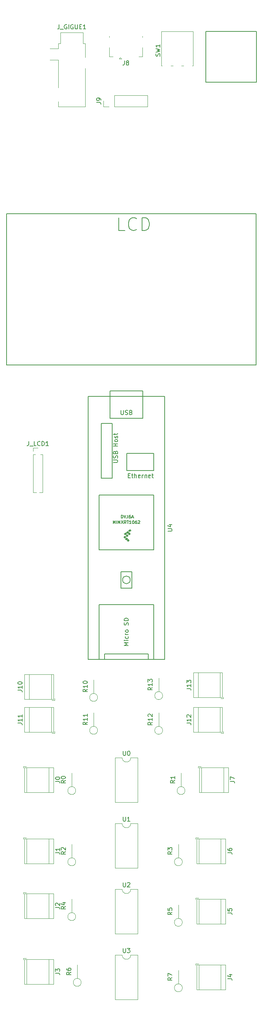
<source format=gbr>
%TF.GenerationSoftware,KiCad,Pcbnew,(6.0.1-0)*%
%TF.CreationDate,2022-01-31T22:43:00-05:00*%
%TF.ProjectId,Podoboard_0.3,506f646f-626f-4617-9264-5f302e332e6b,rev?*%
%TF.SameCoordinates,Original*%
%TF.FileFunction,Legend,Top*%
%TF.FilePolarity,Positive*%
%FSLAX46Y46*%
G04 Gerber Fmt 4.6, Leading zero omitted, Abs format (unit mm)*
G04 Created by KiCad (PCBNEW (6.0.1-0)) date 2022-01-31 22:43:00*
%MOMM*%
%LPD*%
G01*
G04 APERTURE LIST*
%ADD10C,0.150000*%
%ADD11C,0.120000*%
%ADD12C,0.100000*%
G04 APERTURE END LIST*
D10*
X70750000Y-13716000D02*
X82550000Y-13716000D01*
X82550000Y-13716000D02*
X82550000Y-25516000D01*
X82550000Y-25516000D02*
X70750000Y-25516000D01*
X70750000Y-25516000D02*
X70750000Y-13716000D01*
X24467000Y-56007000D02*
X82467000Y-56007000D01*
X82467000Y-56007000D02*
X82467000Y-91007000D01*
X82467000Y-91007000D02*
X24467000Y-91007000D01*
X24467000Y-91007000D02*
X24467000Y-56007000D01*
X51947571Y-59878142D02*
X50519000Y-59878142D01*
X50519000Y-56878142D01*
X54661857Y-59592428D02*
X54519000Y-59735285D01*
X54090428Y-59878142D01*
X53804714Y-59878142D01*
X53376142Y-59735285D01*
X53090428Y-59449571D01*
X52947571Y-59163857D01*
X52804714Y-58592428D01*
X52804714Y-58163857D01*
X52947571Y-57592428D01*
X53090428Y-57306714D01*
X53376142Y-57021000D01*
X53804714Y-56878142D01*
X54090428Y-56878142D01*
X54519000Y-57021000D01*
X54661857Y-57163857D01*
X55947571Y-59878142D02*
X55947571Y-56878142D01*
X56661857Y-56878142D01*
X57090428Y-57021000D01*
X57376142Y-57306714D01*
X57519000Y-57592428D01*
X57661857Y-58163857D01*
X57661857Y-58592428D01*
X57519000Y-59163857D01*
X57376142Y-59449571D01*
X57090428Y-59735285D01*
X56661857Y-59878142D01*
X55947571Y-59878142D01*
%TO.C,SW1*%
X60089761Y-19453333D02*
X60137380Y-19310476D01*
X60137380Y-19072380D01*
X60089761Y-18977142D01*
X60042142Y-18929523D01*
X59946904Y-18881904D01*
X59851666Y-18881904D01*
X59756428Y-18929523D01*
X59708809Y-18977142D01*
X59661190Y-19072380D01*
X59613571Y-19262857D01*
X59565952Y-19358095D01*
X59518333Y-19405714D01*
X59423095Y-19453333D01*
X59327857Y-19453333D01*
X59232619Y-19405714D01*
X59185000Y-19358095D01*
X59137380Y-19262857D01*
X59137380Y-19024761D01*
X59185000Y-18881904D01*
X59137380Y-18548571D02*
X60137380Y-18310476D01*
X59423095Y-18120000D01*
X60137380Y-17929523D01*
X59137380Y-17691428D01*
X60137380Y-16786666D02*
X60137380Y-17358095D01*
X60137380Y-17072380D02*
X59137380Y-17072380D01*
X59280238Y-17167619D01*
X59375476Y-17262857D01*
X59423095Y-17358095D01*
%TO.C,J9*%
X45392380Y-30178333D02*
X46106666Y-30178333D01*
X46249523Y-30225952D01*
X46344761Y-30321190D01*
X46392380Y-30464047D01*
X46392380Y-30559285D01*
X46392380Y-29654523D02*
X46392380Y-29464047D01*
X46344761Y-29368809D01*
X46297142Y-29321190D01*
X46154285Y-29225952D01*
X45963809Y-29178333D01*
X45582857Y-29178333D01*
X45487619Y-29225952D01*
X45440000Y-29273571D01*
X45392380Y-29368809D01*
X45392380Y-29559285D01*
X45440000Y-29654523D01*
X45487619Y-29702142D01*
X45582857Y-29749761D01*
X45820952Y-29749761D01*
X45916190Y-29702142D01*
X45963809Y-29654523D01*
X46011428Y-29559285D01*
X46011428Y-29368809D01*
X45963809Y-29273571D01*
X45916190Y-29225952D01*
X45820952Y-29178333D01*
%TO.C,U4*%
X61926380Y-129529904D02*
X62735904Y-129529904D01*
X62831142Y-129482285D01*
X62878761Y-129434666D01*
X62926380Y-129339428D01*
X62926380Y-129148952D01*
X62878761Y-129053714D01*
X62831142Y-129006095D01*
X62735904Y-128958476D01*
X61926380Y-128958476D01*
X62259714Y-128053714D02*
X62926380Y-128053714D01*
X61878761Y-128291809D02*
X62593047Y-128529904D01*
X62593047Y-127910857D01*
X51110666Y-126544666D02*
X51110666Y-125844666D01*
X51277333Y-125844666D01*
X51377333Y-125878000D01*
X51444000Y-125944666D01*
X51477333Y-126011333D01*
X51510666Y-126144666D01*
X51510666Y-126244666D01*
X51477333Y-126378000D01*
X51444000Y-126444666D01*
X51377333Y-126511333D01*
X51277333Y-126544666D01*
X51110666Y-126544666D01*
X51710666Y-125844666D02*
X51944000Y-126544666D01*
X52177333Y-125844666D01*
X52610666Y-125844666D02*
X52610666Y-126344666D01*
X52577333Y-126444666D01*
X52510666Y-126511333D01*
X52410666Y-126544666D01*
X52344000Y-126544666D01*
X53244000Y-125844666D02*
X53110666Y-125844666D01*
X53044000Y-125878000D01*
X53010666Y-125911333D01*
X52944000Y-126011333D01*
X52910666Y-126144666D01*
X52910666Y-126411333D01*
X52944000Y-126478000D01*
X52977333Y-126511333D01*
X53044000Y-126544666D01*
X53177333Y-126544666D01*
X53244000Y-126511333D01*
X53277333Y-126478000D01*
X53310666Y-126411333D01*
X53310666Y-126244666D01*
X53277333Y-126178000D01*
X53244000Y-126144666D01*
X53177333Y-126111333D01*
X53044000Y-126111333D01*
X52977333Y-126144666D01*
X52944000Y-126178000D01*
X52910666Y-126244666D01*
X53577333Y-126344666D02*
X53910666Y-126344666D01*
X53510666Y-126544666D02*
X53744000Y-125844666D01*
X53977333Y-126544666D01*
X51052095Y-101550380D02*
X51052095Y-102359904D01*
X51099714Y-102455142D01*
X51147333Y-102502761D01*
X51242571Y-102550380D01*
X51433047Y-102550380D01*
X51528285Y-102502761D01*
X51575904Y-102455142D01*
X51623523Y-102359904D01*
X51623523Y-101550380D01*
X52052095Y-102502761D02*
X52194952Y-102550380D01*
X52433047Y-102550380D01*
X52528285Y-102502761D01*
X52575904Y-102455142D01*
X52623523Y-102359904D01*
X52623523Y-102264666D01*
X52575904Y-102169428D01*
X52528285Y-102121809D01*
X52433047Y-102074190D01*
X52242571Y-102026571D01*
X52147333Y-101978952D01*
X52099714Y-101931333D01*
X52052095Y-101836095D01*
X52052095Y-101740857D01*
X52099714Y-101645619D01*
X52147333Y-101598000D01*
X52242571Y-101550380D01*
X52480666Y-101550380D01*
X52623523Y-101598000D01*
X53385428Y-102026571D02*
X53528285Y-102074190D01*
X53575904Y-102121809D01*
X53623523Y-102217047D01*
X53623523Y-102359904D01*
X53575904Y-102455142D01*
X53528285Y-102502761D01*
X53433047Y-102550380D01*
X53052095Y-102550380D01*
X53052095Y-101550380D01*
X53385428Y-101550380D01*
X53480666Y-101598000D01*
X53528285Y-101645619D01*
X53575904Y-101740857D01*
X53575904Y-101836095D01*
X53528285Y-101931333D01*
X53480666Y-101978952D01*
X53385428Y-102026571D01*
X53052095Y-102026571D01*
X49230666Y-127814666D02*
X49230666Y-127114666D01*
X49464000Y-127614666D01*
X49697333Y-127114666D01*
X49697333Y-127814666D01*
X50030666Y-127814666D02*
X50030666Y-127114666D01*
X50364000Y-127814666D02*
X50364000Y-127114666D01*
X50597333Y-127614666D01*
X50830666Y-127114666D01*
X50830666Y-127814666D01*
X51097333Y-127114666D02*
X51564000Y-127814666D01*
X51564000Y-127114666D02*
X51097333Y-127814666D01*
X52230666Y-127814666D02*
X51997333Y-127481333D01*
X51830666Y-127814666D02*
X51830666Y-127114666D01*
X52097333Y-127114666D01*
X52164000Y-127148000D01*
X52197333Y-127181333D01*
X52230666Y-127248000D01*
X52230666Y-127348000D01*
X52197333Y-127414666D01*
X52164000Y-127448000D01*
X52097333Y-127481333D01*
X51830666Y-127481333D01*
X52430666Y-127114666D02*
X52830666Y-127114666D01*
X52630666Y-127814666D02*
X52630666Y-127114666D01*
X53430666Y-127814666D02*
X53030666Y-127814666D01*
X53230666Y-127814666D02*
X53230666Y-127114666D01*
X53164000Y-127214666D01*
X53097333Y-127281333D01*
X53030666Y-127314666D01*
X53864000Y-127114666D02*
X53930666Y-127114666D01*
X53997333Y-127148000D01*
X54030666Y-127181333D01*
X54064000Y-127248000D01*
X54097333Y-127381333D01*
X54097333Y-127548000D01*
X54064000Y-127681333D01*
X54030666Y-127748000D01*
X53997333Y-127781333D01*
X53930666Y-127814666D01*
X53864000Y-127814666D01*
X53797333Y-127781333D01*
X53764000Y-127748000D01*
X53730666Y-127681333D01*
X53697333Y-127548000D01*
X53697333Y-127381333D01*
X53730666Y-127248000D01*
X53764000Y-127181333D01*
X53797333Y-127148000D01*
X53864000Y-127114666D01*
X54697333Y-127114666D02*
X54564000Y-127114666D01*
X54497333Y-127148000D01*
X54464000Y-127181333D01*
X54397333Y-127281333D01*
X54364000Y-127414666D01*
X54364000Y-127681333D01*
X54397333Y-127748000D01*
X54430666Y-127781333D01*
X54497333Y-127814666D01*
X54630666Y-127814666D01*
X54697333Y-127781333D01*
X54730666Y-127748000D01*
X54764000Y-127681333D01*
X54764000Y-127514666D01*
X54730666Y-127448000D01*
X54697333Y-127414666D01*
X54630666Y-127381333D01*
X54497333Y-127381333D01*
X54430666Y-127414666D01*
X54397333Y-127448000D01*
X54364000Y-127514666D01*
X55030666Y-127181333D02*
X55064000Y-127148000D01*
X55130666Y-127114666D01*
X55297333Y-127114666D01*
X55364000Y-127148000D01*
X55397333Y-127181333D01*
X55430666Y-127248000D01*
X55430666Y-127314666D01*
X55397333Y-127414666D01*
X54997333Y-127814666D01*
X55430666Y-127814666D01*
X52733457Y-116631571D02*
X53066790Y-116631571D01*
X53209647Y-117155380D02*
X52733457Y-117155380D01*
X52733457Y-116155380D01*
X53209647Y-116155380D01*
X53495361Y-116488714D02*
X53876314Y-116488714D01*
X53638219Y-116155380D02*
X53638219Y-117012523D01*
X53685838Y-117107761D01*
X53781076Y-117155380D01*
X53876314Y-117155380D01*
X54209647Y-117155380D02*
X54209647Y-116155380D01*
X54638219Y-117155380D02*
X54638219Y-116631571D01*
X54590600Y-116536333D01*
X54495361Y-116488714D01*
X54352504Y-116488714D01*
X54257266Y-116536333D01*
X54209647Y-116583952D01*
X55495361Y-117107761D02*
X55400123Y-117155380D01*
X55209647Y-117155380D01*
X55114409Y-117107761D01*
X55066790Y-117012523D01*
X55066790Y-116631571D01*
X55114409Y-116536333D01*
X55209647Y-116488714D01*
X55400123Y-116488714D01*
X55495361Y-116536333D01*
X55542980Y-116631571D01*
X55542980Y-116726809D01*
X55066790Y-116822047D01*
X55971552Y-117155380D02*
X55971552Y-116488714D01*
X55971552Y-116679190D02*
X56019171Y-116583952D01*
X56066790Y-116536333D01*
X56162028Y-116488714D01*
X56257266Y-116488714D01*
X56590600Y-116488714D02*
X56590600Y-117155380D01*
X56590600Y-116583952D02*
X56638219Y-116536333D01*
X56733457Y-116488714D01*
X56876314Y-116488714D01*
X56971552Y-116536333D01*
X57019171Y-116631571D01*
X57019171Y-117155380D01*
X57876314Y-117107761D02*
X57781076Y-117155380D01*
X57590600Y-117155380D01*
X57495361Y-117107761D01*
X57447742Y-117012523D01*
X57447742Y-116631571D01*
X57495361Y-116536333D01*
X57590600Y-116488714D01*
X57781076Y-116488714D01*
X57876314Y-116536333D01*
X57923933Y-116631571D01*
X57923933Y-116726809D01*
X57447742Y-116822047D01*
X58209647Y-116488714D02*
X58590600Y-116488714D01*
X58352504Y-116155380D02*
X58352504Y-117012523D01*
X58400123Y-117107761D01*
X58495361Y-117155380D01*
X58590600Y-117155380D01*
X49277180Y-113611723D02*
X50086704Y-113611723D01*
X50181942Y-113564104D01*
X50229561Y-113516485D01*
X50277180Y-113421247D01*
X50277180Y-113230771D01*
X50229561Y-113135533D01*
X50181942Y-113087914D01*
X50086704Y-113040295D01*
X49277180Y-113040295D01*
X50229561Y-112611723D02*
X50277180Y-112468866D01*
X50277180Y-112230771D01*
X50229561Y-112135533D01*
X50181942Y-112087914D01*
X50086704Y-112040295D01*
X49991466Y-112040295D01*
X49896228Y-112087914D01*
X49848609Y-112135533D01*
X49800990Y-112230771D01*
X49753371Y-112421247D01*
X49705752Y-112516485D01*
X49658133Y-112564104D01*
X49562895Y-112611723D01*
X49467657Y-112611723D01*
X49372419Y-112564104D01*
X49324800Y-112516485D01*
X49277180Y-112421247D01*
X49277180Y-112183152D01*
X49324800Y-112040295D01*
X49753371Y-111278390D02*
X49800990Y-111135533D01*
X49848609Y-111087914D01*
X49943847Y-111040295D01*
X50086704Y-111040295D01*
X50181942Y-111087914D01*
X50229561Y-111135533D01*
X50277180Y-111230771D01*
X50277180Y-111611723D01*
X49277180Y-111611723D01*
X49277180Y-111278390D01*
X49324800Y-111183152D01*
X49372419Y-111135533D01*
X49467657Y-111087914D01*
X49562895Y-111087914D01*
X49658133Y-111135533D01*
X49705752Y-111183152D01*
X49753371Y-111278390D01*
X49753371Y-111611723D01*
X50277180Y-109849819D02*
X49277180Y-109849819D01*
X49753371Y-109849819D02*
X49753371Y-109278390D01*
X50277180Y-109278390D02*
X49277180Y-109278390D01*
X50277180Y-108659342D02*
X50229561Y-108754580D01*
X50181942Y-108802200D01*
X50086704Y-108849819D01*
X49800990Y-108849819D01*
X49705752Y-108802200D01*
X49658133Y-108754580D01*
X49610514Y-108659342D01*
X49610514Y-108516485D01*
X49658133Y-108421247D01*
X49705752Y-108373628D01*
X49800990Y-108326009D01*
X50086704Y-108326009D01*
X50181942Y-108373628D01*
X50229561Y-108421247D01*
X50277180Y-108516485D01*
X50277180Y-108659342D01*
X50229561Y-107945057D02*
X50277180Y-107849819D01*
X50277180Y-107659342D01*
X50229561Y-107564104D01*
X50134323Y-107516485D01*
X50086704Y-107516485D01*
X49991466Y-107564104D01*
X49943847Y-107659342D01*
X49943847Y-107802200D01*
X49896228Y-107897438D01*
X49800990Y-107945057D01*
X49753371Y-107945057D01*
X49658133Y-107897438D01*
X49610514Y-107802200D01*
X49610514Y-107659342D01*
X49658133Y-107564104D01*
X49610514Y-107230771D02*
X49610514Y-106849819D01*
X49277180Y-107087914D02*
X50134323Y-107087914D01*
X50229561Y-107040295D01*
X50277180Y-106945057D01*
X50277180Y-106849819D01*
X52766380Y-156017047D02*
X51766380Y-156017047D01*
X52480666Y-155683714D01*
X51766380Y-155350380D01*
X52766380Y-155350380D01*
X52766380Y-154874190D02*
X52099714Y-154874190D01*
X51766380Y-154874190D02*
X51814000Y-154921809D01*
X51861619Y-154874190D01*
X51814000Y-154826571D01*
X51766380Y-154874190D01*
X51861619Y-154874190D01*
X52718761Y-153969428D02*
X52766380Y-154064666D01*
X52766380Y-154255142D01*
X52718761Y-154350380D01*
X52671142Y-154398000D01*
X52575904Y-154445619D01*
X52290190Y-154445619D01*
X52194952Y-154398000D01*
X52147333Y-154350380D01*
X52099714Y-154255142D01*
X52099714Y-154064666D01*
X52147333Y-153969428D01*
X52766380Y-153540857D02*
X52099714Y-153540857D01*
X52290190Y-153540857D02*
X52194952Y-153493238D01*
X52147333Y-153445619D01*
X52099714Y-153350380D01*
X52099714Y-153255142D01*
X52766380Y-152778952D02*
X52718761Y-152874190D01*
X52671142Y-152921809D01*
X52575904Y-152969428D01*
X52290190Y-152969428D01*
X52194952Y-152921809D01*
X52147333Y-152874190D01*
X52099714Y-152778952D01*
X52099714Y-152636095D01*
X52147333Y-152540857D01*
X52194952Y-152493238D01*
X52290190Y-152445619D01*
X52575904Y-152445619D01*
X52671142Y-152493238D01*
X52718761Y-152540857D01*
X52766380Y-152636095D01*
X52766380Y-152778952D01*
X52718761Y-151302761D02*
X52766380Y-151159904D01*
X52766380Y-150921809D01*
X52718761Y-150826571D01*
X52671142Y-150778952D01*
X52575904Y-150731333D01*
X52480666Y-150731333D01*
X52385428Y-150778952D01*
X52337809Y-150826571D01*
X52290190Y-150921809D01*
X52242571Y-151112285D01*
X52194952Y-151207523D01*
X52147333Y-151255142D01*
X52052095Y-151302761D01*
X51956857Y-151302761D01*
X51861619Y-151255142D01*
X51814000Y-151207523D01*
X51766380Y-151112285D01*
X51766380Y-150874190D01*
X51814000Y-150731333D01*
X52766380Y-150302761D02*
X51766380Y-150302761D01*
X51766380Y-150064666D01*
X51814000Y-149921809D01*
X51909238Y-149826571D01*
X52004476Y-149778952D01*
X52194952Y-149731333D01*
X52337809Y-149731333D01*
X52528285Y-149778952D01*
X52623523Y-149826571D01*
X52718761Y-149921809D01*
X52766380Y-150064666D01*
X52766380Y-150302761D01*
%TO.C,R13*%
X58349380Y-165769857D02*
X57873190Y-166103190D01*
X58349380Y-166341285D02*
X57349380Y-166341285D01*
X57349380Y-165960333D01*
X57397000Y-165865095D01*
X57444619Y-165817476D01*
X57539857Y-165769857D01*
X57682714Y-165769857D01*
X57777952Y-165817476D01*
X57825571Y-165865095D01*
X57873190Y-165960333D01*
X57873190Y-166341285D01*
X58349380Y-164817476D02*
X58349380Y-165388904D01*
X58349380Y-165103190D02*
X57349380Y-165103190D01*
X57492238Y-165198428D01*
X57587476Y-165293666D01*
X57635095Y-165388904D01*
X57349380Y-164484142D02*
X57349380Y-163865095D01*
X57730333Y-164198428D01*
X57730333Y-164055571D01*
X57777952Y-163960333D01*
X57825571Y-163912714D01*
X57920809Y-163865095D01*
X58158904Y-163865095D01*
X58254142Y-163912714D01*
X58301761Y-163960333D01*
X58349380Y-164055571D01*
X58349380Y-164341285D01*
X58301761Y-164436523D01*
X58254142Y-164484142D01*
%TO.C,U3*%
X51562095Y-226230380D02*
X51562095Y-227039904D01*
X51609714Y-227135142D01*
X51657333Y-227182761D01*
X51752571Y-227230380D01*
X51943047Y-227230380D01*
X52038285Y-227182761D01*
X52085904Y-227135142D01*
X52133523Y-227039904D01*
X52133523Y-226230380D01*
X52514476Y-226230380D02*
X53133523Y-226230380D01*
X52800190Y-226611333D01*
X52943047Y-226611333D01*
X53038285Y-226658952D01*
X53085904Y-226706571D01*
X53133523Y-226801809D01*
X53133523Y-227039904D01*
X53085904Y-227135142D01*
X53038285Y-227182761D01*
X52943047Y-227230380D01*
X52657333Y-227230380D01*
X52562095Y-227182761D01*
X52514476Y-227135142D01*
%TO.C,R0*%
X38146380Y-187304666D02*
X37670190Y-187638000D01*
X38146380Y-187876095D02*
X37146380Y-187876095D01*
X37146380Y-187495142D01*
X37194000Y-187399904D01*
X37241619Y-187352285D01*
X37336857Y-187304666D01*
X37479714Y-187304666D01*
X37574952Y-187352285D01*
X37622571Y-187399904D01*
X37670190Y-187495142D01*
X37670190Y-187876095D01*
X37146380Y-186685619D02*
X37146380Y-186590380D01*
X37194000Y-186495142D01*
X37241619Y-186447523D01*
X37336857Y-186399904D01*
X37527333Y-186352285D01*
X37765428Y-186352285D01*
X37955904Y-186399904D01*
X38051142Y-186447523D01*
X38098761Y-186495142D01*
X38146380Y-186590380D01*
X38146380Y-186685619D01*
X38098761Y-186780857D01*
X38051142Y-186828476D01*
X37955904Y-186876095D01*
X37765428Y-186923714D01*
X37527333Y-186923714D01*
X37336857Y-186876095D01*
X37241619Y-186828476D01*
X37194000Y-186780857D01*
X37146380Y-186685619D01*
%TO.C,U2*%
X51562095Y-210990380D02*
X51562095Y-211799904D01*
X51609714Y-211895142D01*
X51657333Y-211942761D01*
X51752571Y-211990380D01*
X51943047Y-211990380D01*
X52038285Y-211942761D01*
X52085904Y-211895142D01*
X52133523Y-211799904D01*
X52133523Y-210990380D01*
X52562095Y-211085619D02*
X52609714Y-211038000D01*
X52704952Y-210990380D01*
X52943047Y-210990380D01*
X53038285Y-211038000D01*
X53085904Y-211085619D01*
X53133523Y-211180857D01*
X53133523Y-211276095D01*
X53085904Y-211418952D01*
X52514476Y-211990380D01*
X53133523Y-211990380D01*
%TO.C,R5*%
X62926380Y-217834666D02*
X62450190Y-218168000D01*
X62926380Y-218406095D02*
X61926380Y-218406095D01*
X61926380Y-218025142D01*
X61974000Y-217929904D01*
X62021619Y-217882285D01*
X62116857Y-217834666D01*
X62259714Y-217834666D01*
X62354952Y-217882285D01*
X62402571Y-217929904D01*
X62450190Y-218025142D01*
X62450190Y-218406095D01*
X61926380Y-216929904D02*
X61926380Y-217406095D01*
X62402571Y-217453714D01*
X62354952Y-217406095D01*
X62307333Y-217310857D01*
X62307333Y-217072761D01*
X62354952Y-216977523D01*
X62402571Y-216929904D01*
X62497809Y-216882285D01*
X62735904Y-216882285D01*
X62831142Y-216929904D01*
X62878761Y-216977523D01*
X62926380Y-217072761D01*
X62926380Y-217310857D01*
X62878761Y-217406095D01*
X62831142Y-217453714D01*
%TO.C,J6*%
X75836380Y-204031333D02*
X76550666Y-204031333D01*
X76693523Y-204078952D01*
X76788761Y-204174190D01*
X76836380Y-204317047D01*
X76836380Y-204412285D01*
X75836380Y-203126571D02*
X75836380Y-203317047D01*
X75884000Y-203412285D01*
X75931619Y-203459904D01*
X76074476Y-203555142D01*
X76264952Y-203602761D01*
X76645904Y-203602761D01*
X76741142Y-203555142D01*
X76788761Y-203507523D01*
X76836380Y-203412285D01*
X76836380Y-203221809D01*
X76788761Y-203126571D01*
X76741142Y-203078952D01*
X76645904Y-203031333D01*
X76407809Y-203031333D01*
X76312571Y-203078952D01*
X76264952Y-203126571D01*
X76217333Y-203221809D01*
X76217333Y-203412285D01*
X76264952Y-203507523D01*
X76312571Y-203555142D01*
X76407809Y-203602761D01*
%TO.C,J2*%
X35816380Y-216731333D02*
X36530666Y-216731333D01*
X36673523Y-216778952D01*
X36768761Y-216874190D01*
X36816380Y-217017047D01*
X36816380Y-217112285D01*
X35911619Y-216302761D02*
X35864000Y-216255142D01*
X35816380Y-216159904D01*
X35816380Y-215921809D01*
X35864000Y-215826571D01*
X35911619Y-215778952D01*
X36006857Y-215731333D01*
X36102095Y-215731333D01*
X36244952Y-215778952D01*
X36816380Y-216350380D01*
X36816380Y-215731333D01*
%TO.C,J_GIGUE1*%
X36678428Y-12158380D02*
X36678428Y-12872666D01*
X36630809Y-13015523D01*
X36535571Y-13110761D01*
X36392714Y-13158380D01*
X36297476Y-13158380D01*
X36916523Y-13253619D02*
X37678428Y-13253619D01*
X38440333Y-12206000D02*
X38345095Y-12158380D01*
X38202238Y-12158380D01*
X38059380Y-12206000D01*
X37964142Y-12301238D01*
X37916523Y-12396476D01*
X37868904Y-12586952D01*
X37868904Y-12729809D01*
X37916523Y-12920285D01*
X37964142Y-13015523D01*
X38059380Y-13110761D01*
X38202238Y-13158380D01*
X38297476Y-13158380D01*
X38440333Y-13110761D01*
X38487952Y-13063142D01*
X38487952Y-12729809D01*
X38297476Y-12729809D01*
X38916523Y-13158380D02*
X38916523Y-12158380D01*
X39916523Y-12206000D02*
X39821285Y-12158380D01*
X39678428Y-12158380D01*
X39535571Y-12206000D01*
X39440333Y-12301238D01*
X39392714Y-12396476D01*
X39345095Y-12586952D01*
X39345095Y-12729809D01*
X39392714Y-12920285D01*
X39440333Y-13015523D01*
X39535571Y-13110761D01*
X39678428Y-13158380D01*
X39773666Y-13158380D01*
X39916523Y-13110761D01*
X39964142Y-13063142D01*
X39964142Y-12729809D01*
X39773666Y-12729809D01*
X40392714Y-12158380D02*
X40392714Y-12967904D01*
X40440333Y-13063142D01*
X40487952Y-13110761D01*
X40583190Y-13158380D01*
X40773666Y-13158380D01*
X40868904Y-13110761D01*
X40916523Y-13063142D01*
X40964142Y-12967904D01*
X40964142Y-12158380D01*
X41440333Y-12634571D02*
X41773666Y-12634571D01*
X41916523Y-13158380D02*
X41440333Y-13158380D01*
X41440333Y-12158380D01*
X41916523Y-12158380D01*
X42868904Y-13158380D02*
X42297476Y-13158380D01*
X42583190Y-13158380D02*
X42583190Y-12158380D01*
X42487952Y-12301238D01*
X42392714Y-12396476D01*
X42297476Y-12444095D01*
%TO.C,J7*%
X76456380Y-187521333D02*
X77170666Y-187521333D01*
X77313523Y-187568952D01*
X77408761Y-187664190D01*
X77456380Y-187807047D01*
X77456380Y-187902285D01*
X76456380Y-187140380D02*
X76456380Y-186473714D01*
X77456380Y-186902285D01*
%TO.C,R1*%
X63546380Y-187304666D02*
X63070190Y-187638000D01*
X63546380Y-187876095D02*
X62546380Y-187876095D01*
X62546380Y-187495142D01*
X62594000Y-187399904D01*
X62641619Y-187352285D01*
X62736857Y-187304666D01*
X62879714Y-187304666D01*
X62974952Y-187352285D01*
X63022571Y-187399904D01*
X63070190Y-187495142D01*
X63070190Y-187876095D01*
X63546380Y-186352285D02*
X63546380Y-186923714D01*
X63546380Y-186638000D02*
X62546380Y-186638000D01*
X62689238Y-186733238D01*
X62784476Y-186828476D01*
X62832095Y-186923714D01*
%TO.C,J12*%
X66329380Y-174037523D02*
X67043666Y-174037523D01*
X67186523Y-174085142D01*
X67281761Y-174180380D01*
X67329380Y-174323238D01*
X67329380Y-174418476D01*
X67329380Y-173037523D02*
X67329380Y-173608952D01*
X67329380Y-173323238D02*
X66329380Y-173323238D01*
X66472238Y-173418476D01*
X66567476Y-173513714D01*
X66615095Y-173608952D01*
X66424619Y-172656571D02*
X66377000Y-172608952D01*
X66329380Y-172513714D01*
X66329380Y-172275619D01*
X66377000Y-172180380D01*
X66424619Y-172132761D01*
X66519857Y-172085142D01*
X66615095Y-172085142D01*
X66757952Y-172132761D01*
X67329380Y-172704190D01*
X67329380Y-172085142D01*
%TO.C,J13*%
X66329380Y-166036523D02*
X67043666Y-166036523D01*
X67186523Y-166084142D01*
X67281761Y-166179380D01*
X67329380Y-166322238D01*
X67329380Y-166417476D01*
X67329380Y-165036523D02*
X67329380Y-165607952D01*
X67329380Y-165322238D02*
X66329380Y-165322238D01*
X66472238Y-165417476D01*
X66567476Y-165512714D01*
X66615095Y-165607952D01*
X66329380Y-164703190D02*
X66329380Y-164084142D01*
X66710333Y-164417476D01*
X66710333Y-164274619D01*
X66757952Y-164179380D01*
X66805571Y-164131761D01*
X66900809Y-164084142D01*
X67138904Y-164084142D01*
X67234142Y-164131761D01*
X67281761Y-164179380D01*
X67329380Y-164274619D01*
X67329380Y-164560333D01*
X67281761Y-164655571D01*
X67234142Y-164703190D01*
%TO.C,J_LCD1*%
X29620952Y-108745380D02*
X29620952Y-109459666D01*
X29573333Y-109602523D01*
X29478095Y-109697761D01*
X29335238Y-109745380D01*
X29240000Y-109745380D01*
X29859047Y-109840619D02*
X30620952Y-109840619D01*
X31335238Y-109745380D02*
X30859047Y-109745380D01*
X30859047Y-108745380D01*
X32240000Y-109650142D02*
X32192380Y-109697761D01*
X32049523Y-109745380D01*
X31954285Y-109745380D01*
X31811428Y-109697761D01*
X31716190Y-109602523D01*
X31668571Y-109507285D01*
X31620952Y-109316809D01*
X31620952Y-109173952D01*
X31668571Y-108983476D01*
X31716190Y-108888238D01*
X31811428Y-108793000D01*
X31954285Y-108745380D01*
X32049523Y-108745380D01*
X32192380Y-108793000D01*
X32240000Y-108840619D01*
X32668571Y-109745380D02*
X32668571Y-108745380D01*
X32906666Y-108745380D01*
X33049523Y-108793000D01*
X33144761Y-108888238D01*
X33192380Y-108983476D01*
X33240000Y-109173952D01*
X33240000Y-109316809D01*
X33192380Y-109507285D01*
X33144761Y-109602523D01*
X33049523Y-109697761D01*
X32906666Y-109745380D01*
X32668571Y-109745380D01*
X34192380Y-109745380D02*
X33620952Y-109745380D01*
X33906666Y-109745380D02*
X33906666Y-108745380D01*
X33811428Y-108888238D01*
X33716190Y-108983476D01*
X33620952Y-109031095D01*
%TO.C,R12*%
X58349380Y-173820857D02*
X57873190Y-174154190D01*
X58349380Y-174392285D02*
X57349380Y-174392285D01*
X57349380Y-174011333D01*
X57397000Y-173916095D01*
X57444619Y-173868476D01*
X57539857Y-173820857D01*
X57682714Y-173820857D01*
X57777952Y-173868476D01*
X57825571Y-173916095D01*
X57873190Y-174011333D01*
X57873190Y-174392285D01*
X58349380Y-172868476D02*
X58349380Y-173439904D01*
X58349380Y-173154190D02*
X57349380Y-173154190D01*
X57492238Y-173249428D01*
X57587476Y-173344666D01*
X57635095Y-173439904D01*
X57444619Y-172487523D02*
X57397000Y-172439904D01*
X57349380Y-172344666D01*
X57349380Y-172106571D01*
X57397000Y-172011333D01*
X57444619Y-171963714D01*
X57539857Y-171916095D01*
X57635095Y-171916095D01*
X57777952Y-171963714D01*
X58349380Y-172535142D01*
X58349380Y-171916095D01*
%TO.C,U1*%
X51562095Y-195750380D02*
X51562095Y-196559904D01*
X51609714Y-196655142D01*
X51657333Y-196702761D01*
X51752571Y-196750380D01*
X51943047Y-196750380D01*
X52038285Y-196702761D01*
X52085904Y-196655142D01*
X52133523Y-196559904D01*
X52133523Y-195750380D01*
X53133523Y-196750380D02*
X52562095Y-196750380D01*
X52847809Y-196750380D02*
X52847809Y-195750380D01*
X52752571Y-195893238D01*
X52657333Y-195988476D01*
X52562095Y-196036095D01*
%TO.C,J11*%
X27076380Y-174027523D02*
X27790666Y-174027523D01*
X27933523Y-174075142D01*
X28028761Y-174170380D01*
X28076380Y-174313238D01*
X28076380Y-174408476D01*
X28076380Y-173027523D02*
X28076380Y-173598952D01*
X28076380Y-173313238D02*
X27076380Y-173313238D01*
X27219238Y-173408476D01*
X27314476Y-173503714D01*
X27362095Y-173598952D01*
X28076380Y-172075142D02*
X28076380Y-172646571D01*
X28076380Y-172360857D02*
X27076380Y-172360857D01*
X27219238Y-172456095D01*
X27314476Y-172551333D01*
X27362095Y-172646571D01*
%TO.C,R11*%
X43226380Y-173810857D02*
X42750190Y-174144190D01*
X43226380Y-174382285D02*
X42226380Y-174382285D01*
X42226380Y-174001333D01*
X42274000Y-173906095D01*
X42321619Y-173858476D01*
X42416857Y-173810857D01*
X42559714Y-173810857D01*
X42654952Y-173858476D01*
X42702571Y-173906095D01*
X42750190Y-174001333D01*
X42750190Y-174382285D01*
X43226380Y-172858476D02*
X43226380Y-173429904D01*
X43226380Y-173144190D02*
X42226380Y-173144190D01*
X42369238Y-173239428D01*
X42464476Y-173334666D01*
X42512095Y-173429904D01*
X43226380Y-171906095D02*
X43226380Y-172477523D01*
X43226380Y-172191809D02*
X42226380Y-172191809D01*
X42369238Y-172287047D01*
X42464476Y-172382285D01*
X42512095Y-172477523D01*
%TO.C,J3*%
X35816380Y-231971333D02*
X36530666Y-231971333D01*
X36673523Y-232018952D01*
X36768761Y-232114190D01*
X36816380Y-232257047D01*
X36816380Y-232352285D01*
X35816380Y-231590380D02*
X35816380Y-230971333D01*
X36197333Y-231304666D01*
X36197333Y-231161809D01*
X36244952Y-231066571D01*
X36292571Y-231018952D01*
X36387809Y-230971333D01*
X36625904Y-230971333D01*
X36721142Y-231018952D01*
X36768761Y-231066571D01*
X36816380Y-231161809D01*
X36816380Y-231447523D01*
X36768761Y-231542761D01*
X36721142Y-231590380D01*
%TO.C,J5*%
X75836380Y-218001333D02*
X76550666Y-218001333D01*
X76693523Y-218048952D01*
X76788761Y-218144190D01*
X76836380Y-218287047D01*
X76836380Y-218382285D01*
X75836380Y-217048952D02*
X75836380Y-217525142D01*
X76312571Y-217572761D01*
X76264952Y-217525142D01*
X76217333Y-217429904D01*
X76217333Y-217191809D01*
X76264952Y-217096571D01*
X76312571Y-217048952D01*
X76407809Y-217001333D01*
X76645904Y-217001333D01*
X76741142Y-217048952D01*
X76788761Y-217096571D01*
X76836380Y-217191809D01*
X76836380Y-217429904D01*
X76788761Y-217525142D01*
X76741142Y-217572761D01*
%TO.C,R6*%
X39416380Y-231754666D02*
X38940190Y-232088000D01*
X39416380Y-232326095D02*
X38416380Y-232326095D01*
X38416380Y-231945142D01*
X38464000Y-231849904D01*
X38511619Y-231802285D01*
X38606857Y-231754666D01*
X38749714Y-231754666D01*
X38844952Y-231802285D01*
X38892571Y-231849904D01*
X38940190Y-231945142D01*
X38940190Y-232326095D01*
X38416380Y-230897523D02*
X38416380Y-231088000D01*
X38464000Y-231183238D01*
X38511619Y-231230857D01*
X38654476Y-231326095D01*
X38844952Y-231373714D01*
X39225904Y-231373714D01*
X39321142Y-231326095D01*
X39368761Y-231278476D01*
X39416380Y-231183238D01*
X39416380Y-230992761D01*
X39368761Y-230897523D01*
X39321142Y-230849904D01*
X39225904Y-230802285D01*
X38987809Y-230802285D01*
X38892571Y-230849904D01*
X38844952Y-230897523D01*
X38797333Y-230992761D01*
X38797333Y-231183238D01*
X38844952Y-231278476D01*
X38892571Y-231326095D01*
X38987809Y-231373714D01*
%TO.C,R4*%
X38146380Y-216514666D02*
X37670190Y-216848000D01*
X38146380Y-217086095D02*
X37146380Y-217086095D01*
X37146380Y-216705142D01*
X37194000Y-216609904D01*
X37241619Y-216562285D01*
X37336857Y-216514666D01*
X37479714Y-216514666D01*
X37574952Y-216562285D01*
X37622571Y-216609904D01*
X37670190Y-216705142D01*
X37670190Y-217086095D01*
X37479714Y-215657523D02*
X38146380Y-215657523D01*
X37098761Y-215895619D02*
X37813047Y-216133714D01*
X37813047Y-215514666D01*
%TO.C,R3*%
X62926380Y-203814666D02*
X62450190Y-204148000D01*
X62926380Y-204386095D02*
X61926380Y-204386095D01*
X61926380Y-204005142D01*
X61974000Y-203909904D01*
X62021619Y-203862285D01*
X62116857Y-203814666D01*
X62259714Y-203814666D01*
X62354952Y-203862285D01*
X62402571Y-203909904D01*
X62450190Y-204005142D01*
X62450190Y-204386095D01*
X61926380Y-203481333D02*
X61926380Y-202862285D01*
X62307333Y-203195619D01*
X62307333Y-203052761D01*
X62354952Y-202957523D01*
X62402571Y-202909904D01*
X62497809Y-202862285D01*
X62735904Y-202862285D01*
X62831142Y-202909904D01*
X62878761Y-202957523D01*
X62926380Y-203052761D01*
X62926380Y-203338476D01*
X62878761Y-203433714D01*
X62831142Y-203481333D01*
%TO.C,J1*%
X35816380Y-204031333D02*
X36530666Y-204031333D01*
X36673523Y-204078952D01*
X36768761Y-204174190D01*
X36816380Y-204317047D01*
X36816380Y-204412285D01*
X36816380Y-203031333D02*
X36816380Y-203602761D01*
X36816380Y-203317047D02*
X35816380Y-203317047D01*
X35959238Y-203412285D01*
X36054476Y-203507523D01*
X36102095Y-203602761D01*
%TO.C,J8*%
X51863666Y-20530380D02*
X51863666Y-21244666D01*
X51816047Y-21387523D01*
X51720809Y-21482761D01*
X51577952Y-21530380D01*
X51482714Y-21530380D01*
X52482714Y-20958952D02*
X52387476Y-20911333D01*
X52339857Y-20863714D01*
X52292238Y-20768476D01*
X52292238Y-20720857D01*
X52339857Y-20625619D01*
X52387476Y-20578000D01*
X52482714Y-20530380D01*
X52673190Y-20530380D01*
X52768428Y-20578000D01*
X52816047Y-20625619D01*
X52863666Y-20720857D01*
X52863666Y-20768476D01*
X52816047Y-20863714D01*
X52768428Y-20911333D01*
X52673190Y-20958952D01*
X52482714Y-20958952D01*
X52387476Y-21006571D01*
X52339857Y-21054190D01*
X52292238Y-21149428D01*
X52292238Y-21339904D01*
X52339857Y-21435142D01*
X52387476Y-21482761D01*
X52482714Y-21530380D01*
X52673190Y-21530380D01*
X52768428Y-21482761D01*
X52816047Y-21435142D01*
X52863666Y-21339904D01*
X52863666Y-21149428D01*
X52816047Y-21054190D01*
X52768428Y-21006571D01*
X52673190Y-20958952D01*
%TO.C,J4*%
X75836380Y-233241333D02*
X76550666Y-233241333D01*
X76693523Y-233288952D01*
X76788761Y-233384190D01*
X76836380Y-233527047D01*
X76836380Y-233622285D01*
X76169714Y-232336571D02*
X76836380Y-232336571D01*
X75788761Y-232574666D02*
X76503047Y-232812761D01*
X76503047Y-232193714D01*
%TO.C,R7*%
X62926380Y-233024666D02*
X62450190Y-233358000D01*
X62926380Y-233596095D02*
X61926380Y-233596095D01*
X61926380Y-233215142D01*
X61974000Y-233119904D01*
X62021619Y-233072285D01*
X62116857Y-233024666D01*
X62259714Y-233024666D01*
X62354952Y-233072285D01*
X62402571Y-233119904D01*
X62450190Y-233215142D01*
X62450190Y-233596095D01*
X61926380Y-232691333D02*
X61926380Y-232024666D01*
X62926380Y-232453238D01*
%TO.C,J0*%
X35816380Y-187521333D02*
X36530666Y-187521333D01*
X36673523Y-187568952D01*
X36768761Y-187664190D01*
X36816380Y-187807047D01*
X36816380Y-187902285D01*
X35816380Y-186854666D02*
X35816380Y-186759428D01*
X35864000Y-186664190D01*
X35911619Y-186616571D01*
X36006857Y-186568952D01*
X36197333Y-186521333D01*
X36435428Y-186521333D01*
X36625904Y-186568952D01*
X36721142Y-186616571D01*
X36768761Y-186664190D01*
X36816380Y-186759428D01*
X36816380Y-186854666D01*
X36768761Y-186949904D01*
X36721142Y-186997523D01*
X36625904Y-187045142D01*
X36435428Y-187092761D01*
X36197333Y-187092761D01*
X36006857Y-187045142D01*
X35911619Y-186997523D01*
X35864000Y-186949904D01*
X35816380Y-186854666D01*
%TO.C,R2*%
X38146380Y-203814666D02*
X37670190Y-204148000D01*
X38146380Y-204386095D02*
X37146380Y-204386095D01*
X37146380Y-204005142D01*
X37194000Y-203909904D01*
X37241619Y-203862285D01*
X37336857Y-203814666D01*
X37479714Y-203814666D01*
X37574952Y-203862285D01*
X37622571Y-203909904D01*
X37670190Y-204005142D01*
X37670190Y-204386095D01*
X37241619Y-203433714D02*
X37194000Y-203386095D01*
X37146380Y-203290857D01*
X37146380Y-203052761D01*
X37194000Y-202957523D01*
X37241619Y-202909904D01*
X37336857Y-202862285D01*
X37432095Y-202862285D01*
X37574952Y-202909904D01*
X38146380Y-203481333D01*
X38146380Y-202862285D01*
%TO.C,J10*%
X27076380Y-166407523D02*
X27790666Y-166407523D01*
X27933523Y-166455142D01*
X28028761Y-166550380D01*
X28076380Y-166693238D01*
X28076380Y-166788476D01*
X28076380Y-165407523D02*
X28076380Y-165978952D01*
X28076380Y-165693238D02*
X27076380Y-165693238D01*
X27219238Y-165788476D01*
X27314476Y-165883714D01*
X27362095Y-165978952D01*
X27076380Y-164788476D02*
X27076380Y-164693238D01*
X27124000Y-164598000D01*
X27171619Y-164550380D01*
X27266857Y-164502761D01*
X27457333Y-164455142D01*
X27695428Y-164455142D01*
X27885904Y-164502761D01*
X27981142Y-164550380D01*
X28028761Y-164598000D01*
X28076380Y-164693238D01*
X28076380Y-164788476D01*
X28028761Y-164883714D01*
X27981142Y-164931333D01*
X27885904Y-164978952D01*
X27695428Y-165026571D01*
X27457333Y-165026571D01*
X27266857Y-164978952D01*
X27171619Y-164931333D01*
X27124000Y-164883714D01*
X27076380Y-164788476D01*
%TO.C,U0*%
X51562095Y-180510380D02*
X51562095Y-181319904D01*
X51609714Y-181415142D01*
X51657333Y-181462761D01*
X51752571Y-181510380D01*
X51943047Y-181510380D01*
X52038285Y-181462761D01*
X52085904Y-181415142D01*
X52133523Y-181319904D01*
X52133523Y-180510380D01*
X52800190Y-180510380D02*
X52895428Y-180510380D01*
X52990666Y-180558000D01*
X53038285Y-180605619D01*
X53085904Y-180700857D01*
X53133523Y-180891333D01*
X53133523Y-181129428D01*
X53085904Y-181319904D01*
X53038285Y-181415142D01*
X52990666Y-181462761D01*
X52895428Y-181510380D01*
X52800190Y-181510380D01*
X52704952Y-181462761D01*
X52657333Y-181415142D01*
X52609714Y-181319904D01*
X52562095Y-181129428D01*
X52562095Y-180891333D01*
X52609714Y-180700857D01*
X52657333Y-180605619D01*
X52704952Y-180558000D01*
X52800190Y-180510380D01*
%TO.C,R10*%
X43226380Y-166190857D02*
X42750190Y-166524190D01*
X43226380Y-166762285D02*
X42226380Y-166762285D01*
X42226380Y-166381333D01*
X42274000Y-166286095D01*
X42321619Y-166238476D01*
X42416857Y-166190857D01*
X42559714Y-166190857D01*
X42654952Y-166238476D01*
X42702571Y-166286095D01*
X42750190Y-166381333D01*
X42750190Y-166762285D01*
X43226380Y-165238476D02*
X43226380Y-165809904D01*
X43226380Y-165524190D02*
X42226380Y-165524190D01*
X42369238Y-165619428D01*
X42464476Y-165714666D01*
X42512095Y-165809904D01*
X42226380Y-164619428D02*
X42226380Y-164524190D01*
X42274000Y-164428952D01*
X42321619Y-164381333D01*
X42416857Y-164333714D01*
X42607333Y-164286095D01*
X42845428Y-164286095D01*
X43035904Y-164333714D01*
X43131142Y-164381333D01*
X43178761Y-164428952D01*
X43226380Y-164524190D01*
X43226380Y-164619428D01*
X43178761Y-164714666D01*
X43131142Y-164762285D01*
X43035904Y-164809904D01*
X42845428Y-164857523D01*
X42607333Y-164857523D01*
X42416857Y-164809904D01*
X42321619Y-164762285D01*
X42274000Y-164714666D01*
X42226380Y-164619428D01*
D11*
%TO.C,SW1*%
X60485000Y-13770000D02*
X60485000Y-21720000D01*
X67785000Y-21720000D02*
X67785000Y-13770000D01*
X67785000Y-21720000D02*
X67635000Y-21720000D01*
X67785000Y-13770000D02*
X60485000Y-13770000D01*
X60485000Y-21720000D02*
X60635000Y-21720000D01*
X63135000Y-21720000D02*
X62635000Y-21720000D01*
X65635000Y-21720000D02*
X65135000Y-21720000D01*
%TO.C,J9*%
X49540000Y-28515000D02*
X57220000Y-28515000D01*
X48270000Y-31175000D02*
X46940000Y-31175000D01*
X57220000Y-31175000D02*
X57220000Y-28515000D01*
X49540000Y-31175000D02*
X49540000Y-28515000D01*
X46940000Y-31175000D02*
X46940000Y-29845000D01*
X49540000Y-31175000D02*
X57220000Y-31175000D01*
D10*
%TO.C,U4*%
X45964000Y-133848000D02*
X58664000Y-133848000D01*
X58664000Y-159248000D02*
X58664000Y-146548000D01*
X58415600Y-111518000D02*
X52415600Y-111518000D01*
X52415600Y-111518000D02*
X52415600Y-115518000D01*
X58665600Y-115518000D02*
X58665600Y-111518000D01*
X61204000Y-98288000D02*
X61204000Y-159248000D01*
X48504000Y-103368000D02*
X48504000Y-98288000D01*
X53584000Y-142738000D02*
X51044000Y-142738000D01*
X56124000Y-97018000D02*
X56124000Y-98288000D01*
X46474800Y-104587200D02*
X49014800Y-104587200D01*
X48504000Y-98288000D02*
X48504000Y-97018000D01*
X48504000Y-103368000D02*
X56124000Y-103368000D01*
X43424000Y-159248000D02*
X43424000Y-98288000D01*
X57394000Y-157978000D02*
X47234000Y-157978000D01*
X49014800Y-117287200D02*
X46474800Y-117287200D01*
X56124000Y-103368000D02*
X56124000Y-98288000D01*
X46474800Y-117287200D02*
X46474800Y-104587200D01*
X53584000Y-138928000D02*
X53584000Y-142738000D01*
X51044000Y-142738000D02*
X51044000Y-138928000D01*
X49014800Y-104587200D02*
X49014800Y-117287200D01*
X58664000Y-121148000D02*
X45964000Y-121148000D01*
X58664000Y-146548000D02*
X45964000Y-146548000D01*
X51044000Y-138928000D02*
X53584000Y-138928000D01*
X58665600Y-111518000D02*
X58415600Y-111518000D01*
X57394000Y-159248000D02*
X57394000Y-157978000D01*
X49014800Y-104587200D02*
X49014800Y-107127200D01*
X45964000Y-146548000D02*
X45964000Y-159248000D01*
X61204000Y-159248000D02*
X43424000Y-159248000D01*
X48504000Y-97018000D02*
X56124000Y-97018000D01*
X45964000Y-121148000D02*
X45964000Y-133848000D01*
X58664000Y-133848000D02*
X58664000Y-121148000D01*
X52415600Y-115518000D02*
X58665600Y-115518000D01*
X47234000Y-157978000D02*
X47234000Y-159248000D01*
X43424000Y-98288000D02*
X61204000Y-98288000D01*
X53212026Y-140833000D02*
G75*
G03*
X53212026Y-140833000I-898026J0D01*
G01*
D12*
X52875000Y-130441000D02*
X52621000Y-130187000D01*
X52621000Y-130187000D02*
X53002000Y-129933000D01*
X53002000Y-129933000D02*
X53256000Y-130187000D01*
X53256000Y-130187000D02*
X52875000Y-130441000D01*
G36*
X53256000Y-130187000D02*
G01*
X52875000Y-130441000D01*
X52621000Y-130187000D01*
X53002000Y-129933000D01*
X53256000Y-130187000D01*
G37*
X53256000Y-130187000D02*
X52875000Y-130441000D01*
X52621000Y-130187000D01*
X53002000Y-129933000D01*
X53256000Y-130187000D01*
X52494000Y-130060000D02*
X52240000Y-129806000D01*
X52240000Y-129806000D02*
X52621000Y-129552000D01*
X52621000Y-129552000D02*
X52875000Y-129806000D01*
X52875000Y-129806000D02*
X52494000Y-130060000D01*
G36*
X52875000Y-129806000D02*
G01*
X52494000Y-130060000D01*
X52240000Y-129806000D01*
X52621000Y-129552000D01*
X52875000Y-129806000D01*
G37*
X52875000Y-129806000D02*
X52494000Y-130060000D01*
X52240000Y-129806000D01*
X52621000Y-129552000D01*
X52875000Y-129806000D01*
X53002000Y-129679000D02*
X52748000Y-129425000D01*
X52748000Y-129425000D02*
X53129000Y-129171000D01*
X53129000Y-129171000D02*
X53383000Y-129425000D01*
X53383000Y-129425000D02*
X53002000Y-129679000D01*
G36*
X53383000Y-129425000D02*
G01*
X53002000Y-129679000D01*
X52748000Y-129425000D01*
X53129000Y-129171000D01*
X53383000Y-129425000D01*
G37*
X53383000Y-129425000D02*
X53002000Y-129679000D01*
X52748000Y-129425000D01*
X53129000Y-129171000D01*
X53383000Y-129425000D01*
X52621000Y-131965000D02*
X52367000Y-131711000D01*
X52367000Y-131711000D02*
X52748000Y-131457000D01*
X52748000Y-131457000D02*
X53002000Y-131711000D01*
X53002000Y-131711000D02*
X52621000Y-131965000D01*
G36*
X53002000Y-131711000D02*
G01*
X52621000Y-131965000D01*
X52367000Y-131711000D01*
X52748000Y-131457000D01*
X53002000Y-131711000D01*
G37*
X53002000Y-131711000D02*
X52621000Y-131965000D01*
X52367000Y-131711000D01*
X52748000Y-131457000D01*
X53002000Y-131711000D01*
X52240000Y-131584000D02*
X51986000Y-131330000D01*
X51986000Y-131330000D02*
X52367000Y-131076000D01*
X52367000Y-131076000D02*
X52621000Y-131330000D01*
X52621000Y-131330000D02*
X52240000Y-131584000D01*
G36*
X52621000Y-131330000D02*
G01*
X52240000Y-131584000D01*
X51986000Y-131330000D01*
X52367000Y-131076000D01*
X52621000Y-131330000D01*
G37*
X52621000Y-131330000D02*
X52240000Y-131584000D01*
X51986000Y-131330000D01*
X52367000Y-131076000D01*
X52621000Y-131330000D01*
X52367000Y-130822000D02*
X52113000Y-130568000D01*
X52113000Y-130568000D02*
X52494000Y-130314000D01*
X52494000Y-130314000D02*
X52748000Y-130568000D01*
X52748000Y-130568000D02*
X52367000Y-130822000D01*
G36*
X52748000Y-130568000D02*
G01*
X52367000Y-130822000D01*
X52113000Y-130568000D01*
X52494000Y-130314000D01*
X52748000Y-130568000D01*
G37*
X52748000Y-130568000D02*
X52367000Y-130822000D01*
X52113000Y-130568000D01*
X52494000Y-130314000D01*
X52748000Y-130568000D01*
X51986000Y-130441000D02*
X51732000Y-130187000D01*
X51732000Y-130187000D02*
X52113000Y-129933000D01*
X52113000Y-129933000D02*
X52367000Y-130187000D01*
X52367000Y-130187000D02*
X51986000Y-130441000D01*
G36*
X52367000Y-130187000D02*
G01*
X51986000Y-130441000D01*
X51732000Y-130187000D01*
X52113000Y-129933000D01*
X52367000Y-130187000D01*
G37*
X52367000Y-130187000D02*
X51986000Y-130441000D01*
X51732000Y-130187000D01*
X52113000Y-129933000D01*
X52367000Y-130187000D01*
X51859000Y-131203000D02*
X51605000Y-130949000D01*
X51605000Y-130949000D02*
X51986000Y-130695000D01*
X51986000Y-130695000D02*
X52240000Y-130949000D01*
X52240000Y-130949000D02*
X51859000Y-131203000D01*
G36*
X52240000Y-130949000D02*
G01*
X51859000Y-131203000D01*
X51605000Y-130949000D01*
X51986000Y-130695000D01*
X52240000Y-130949000D01*
G37*
X52240000Y-130949000D02*
X51859000Y-131203000D01*
X51605000Y-130949000D01*
X51986000Y-130695000D01*
X52240000Y-130949000D01*
D11*
%TO.C,R13*%
X59817000Y-166747000D02*
X59817000Y-163587000D01*
X60737000Y-167667000D02*
G75*
G03*
X60737000Y-167667000I-920000J0D01*
G01*
%TO.C,U3*%
X54974000Y-238058000D02*
X54974000Y-227778000D01*
X54974000Y-227778000D02*
X53324000Y-227778000D01*
X49674000Y-227778000D02*
X49674000Y-238058000D01*
X49674000Y-238058000D02*
X54974000Y-238058000D01*
X51324000Y-227778000D02*
X49674000Y-227778000D01*
X51324000Y-227778000D02*
G75*
G03*
X53324000Y-227778000I1000000J0D01*
G01*
%TO.C,R0*%
X39614000Y-188758000D02*
X39614000Y-185598000D01*
X40534000Y-189678000D02*
G75*
G03*
X40534000Y-189678000I-920000J0D01*
G01*
%TO.C,U2*%
X49674000Y-212538000D02*
X49674000Y-222818000D01*
X54974000Y-222818000D02*
X54974000Y-212538000D01*
X51324000Y-212538000D02*
X49674000Y-212538000D01*
X49674000Y-222818000D02*
X54974000Y-222818000D01*
X54974000Y-212538000D02*
X53324000Y-212538000D01*
X51324000Y-212538000D02*
G75*
G03*
X53324000Y-212538000I1000000J0D01*
G01*
%TO.C,R5*%
X64394000Y-219288000D02*
X64394000Y-216128000D01*
X65314000Y-220208000D02*
G75*
G03*
X65314000Y-220208000I-920000J0D01*
G01*
%TO.C,J6*%
X75384000Y-206588000D02*
X68644000Y-206588000D01*
X68644000Y-200808000D02*
X68644000Y-206588000D01*
X75384000Y-200808000D02*
X68644000Y-200808000D01*
X75384000Y-200808000D02*
X75384000Y-206588000D01*
X69044000Y-200568000D02*
X68404000Y-200568000D01*
X69164000Y-200808000D02*
X69164000Y-206588000D01*
X74264000Y-200808000D02*
X74264000Y-206588000D01*
X68404000Y-200568000D02*
X68404000Y-200968000D01*
%TO.C,J2*%
X34244000Y-213508000D02*
X34244000Y-219288000D01*
X29024000Y-213268000D02*
X28384000Y-213268000D01*
X35364000Y-219288000D02*
X28624000Y-219288000D01*
X28624000Y-213508000D02*
X28624000Y-219288000D01*
X35364000Y-213508000D02*
X35364000Y-219288000D01*
X35364000Y-213508000D02*
X28624000Y-213508000D01*
X29144000Y-213508000D02*
X29144000Y-219288000D01*
X28384000Y-213268000D02*
X28384000Y-213668000D01*
%TO.C,J_GIGUE1*%
X37007000Y-14006000D02*
X42207000Y-14006000D01*
X36507000Y-17706000D02*
X34507000Y-17706000D01*
X42707000Y-16506000D02*
X42707000Y-19706000D01*
X42207000Y-16506000D02*
X42707000Y-16506000D01*
X36507000Y-16506000D02*
X37007000Y-16506000D01*
X42707000Y-31206000D02*
X36507000Y-31206000D01*
X37007000Y-16506000D02*
X37007000Y-14006000D01*
X36507000Y-20306000D02*
X34507000Y-20306000D01*
X36507000Y-26806000D02*
X36507000Y-20306000D01*
X36507000Y-31206000D02*
X36507000Y-30006000D01*
X42707000Y-22306000D02*
X42707000Y-31206000D01*
X36507000Y-17706000D02*
X36507000Y-16506000D01*
X42207000Y-14006000D02*
X42207000Y-16506000D01*
%TO.C,J7*%
X69264000Y-184298000D02*
X69264000Y-190078000D01*
X74884000Y-184298000D02*
X74884000Y-190078000D01*
X76004000Y-190078000D02*
X69264000Y-190078000D01*
X76004000Y-184298000D02*
X69264000Y-184298000D01*
X76004000Y-184298000D02*
X76004000Y-190078000D01*
X69664000Y-184058000D02*
X69024000Y-184058000D01*
X69784000Y-184298000D02*
X69784000Y-190078000D01*
X69024000Y-184058000D02*
X69024000Y-184458000D01*
%TO.C,R1*%
X65014000Y-188758000D02*
X65014000Y-185598000D01*
X65934000Y-189678000D02*
G75*
G03*
X65934000Y-189678000I-920000J0D01*
G01*
%TO.C,J12*%
X67877000Y-176118000D02*
X74617000Y-176118000D01*
X74217000Y-176358000D02*
X74857000Y-176358000D01*
X74857000Y-176358000D02*
X74857000Y-175958000D01*
X74617000Y-176118000D02*
X74617000Y-170338000D01*
X67877000Y-176118000D02*
X67877000Y-170338000D01*
X68997000Y-176118000D02*
X68997000Y-170338000D01*
X74097000Y-176118000D02*
X74097000Y-170338000D01*
X67877000Y-170338000D02*
X74617000Y-170338000D01*
%TO.C,J13*%
X67877000Y-162337000D02*
X74617000Y-162337000D01*
X74097000Y-168117000D02*
X74097000Y-162337000D01*
X67877000Y-168117000D02*
X67877000Y-162337000D01*
X67877000Y-168117000D02*
X74617000Y-168117000D01*
X74617000Y-168117000D02*
X74617000Y-162337000D01*
X74217000Y-168357000D02*
X74857000Y-168357000D01*
X68997000Y-168117000D02*
X68997000Y-162337000D01*
X74857000Y-168357000D02*
X74857000Y-167957000D01*
%TO.C,J_LCD1*%
X32850000Y-111748000D02*
X32850000Y-120573000D01*
X32303471Y-111748000D02*
X32850000Y-111748000D01*
X30630000Y-110988000D02*
X30630000Y-110228000D01*
X30630000Y-110228000D02*
X31740000Y-110228000D01*
X30630000Y-120573000D02*
X31432470Y-120573000D01*
X30630000Y-111748000D02*
X30630000Y-120573000D01*
X30630000Y-111748000D02*
X31176529Y-111748000D01*
X32047530Y-120573000D02*
X32850000Y-120573000D01*
%TO.C,R12*%
X59817000Y-174798000D02*
X59817000Y-171638000D01*
X60737000Y-175718000D02*
G75*
G03*
X60737000Y-175718000I-920000J0D01*
G01*
%TO.C,U1*%
X54974000Y-207578000D02*
X54974000Y-197298000D01*
X51324000Y-197298000D02*
X49674000Y-197298000D01*
X49674000Y-197298000D02*
X49674000Y-207578000D01*
X54974000Y-197298000D02*
X53324000Y-197298000D01*
X49674000Y-207578000D02*
X54974000Y-207578000D01*
X51324000Y-197298000D02*
G75*
G03*
X53324000Y-197298000I1000000J0D01*
G01*
%TO.C,J11*%
X29744000Y-176108000D02*
X29744000Y-170328000D01*
X34964000Y-176348000D02*
X35604000Y-176348000D01*
X35604000Y-176348000D02*
X35604000Y-175948000D01*
X28624000Y-176108000D02*
X35364000Y-176108000D01*
X28624000Y-170328000D02*
X35364000Y-170328000D01*
X35364000Y-176108000D02*
X35364000Y-170328000D01*
X28624000Y-176108000D02*
X28624000Y-170328000D01*
X34844000Y-176108000D02*
X34844000Y-170328000D01*
%TO.C,R11*%
X44694000Y-174788000D02*
X44694000Y-171628000D01*
X45614000Y-175708000D02*
G75*
G03*
X45614000Y-175708000I-920000J0D01*
G01*
%TO.C,J3*%
X28384000Y-228508000D02*
X28384000Y-228908000D01*
X28624000Y-228748000D02*
X28624000Y-234528000D01*
X29144000Y-228748000D02*
X29144000Y-234528000D01*
X35364000Y-234528000D02*
X28624000Y-234528000D01*
X34244000Y-228748000D02*
X34244000Y-234528000D01*
X35364000Y-228748000D02*
X28624000Y-228748000D01*
X29024000Y-228508000D02*
X28384000Y-228508000D01*
X35364000Y-228748000D02*
X35364000Y-234528000D01*
%TO.C,J5*%
X75384000Y-220558000D02*
X68644000Y-220558000D01*
X69044000Y-214538000D02*
X68404000Y-214538000D01*
X69164000Y-214778000D02*
X69164000Y-220558000D01*
X75384000Y-214778000D02*
X68644000Y-214778000D01*
X68404000Y-214538000D02*
X68404000Y-214938000D01*
X75384000Y-214778000D02*
X75384000Y-220558000D01*
X74264000Y-214778000D02*
X74264000Y-220558000D01*
X68644000Y-214778000D02*
X68644000Y-220558000D01*
%TO.C,R6*%
X40884000Y-233208000D02*
X40884000Y-230048000D01*
X41804000Y-234128000D02*
G75*
G03*
X41804000Y-234128000I-920000J0D01*
G01*
%TO.C,R4*%
X39614000Y-217968000D02*
X39614000Y-214808000D01*
X40534000Y-218888000D02*
G75*
G03*
X40534000Y-218888000I-920000J0D01*
G01*
%TO.C,R3*%
X64394000Y-205268000D02*
X64394000Y-202108000D01*
X65314000Y-206188000D02*
G75*
G03*
X65314000Y-206188000I-920000J0D01*
G01*
%TO.C,J1*%
X35364000Y-206588000D02*
X28624000Y-206588000D01*
X29144000Y-200808000D02*
X29144000Y-206588000D01*
X35364000Y-200808000D02*
X35364000Y-206588000D01*
X28384000Y-200568000D02*
X28384000Y-200968000D01*
X28624000Y-200808000D02*
X28624000Y-206588000D01*
X29024000Y-200568000D02*
X28384000Y-200568000D01*
X34244000Y-200808000D02*
X34244000Y-206588000D01*
X35364000Y-200808000D02*
X28624000Y-200808000D01*
%TO.C,J8*%
X56067000Y-15078000D02*
X56067000Y-14828000D01*
X51197000Y-20078000D02*
X50597000Y-20078000D01*
X50897000Y-19778000D02*
X51197000Y-20078000D01*
X56067000Y-19548000D02*
X56067000Y-17478000D01*
X48327000Y-15078000D02*
X48327000Y-14828000D01*
X49197000Y-19548000D02*
X48327000Y-19548000D01*
X56067000Y-19548000D02*
X55197000Y-19548000D01*
X48327000Y-19548000D02*
X48327000Y-17478000D01*
X50897000Y-19778000D02*
X50597000Y-20078000D01*
%TO.C,J4*%
X75384000Y-230018000D02*
X75384000Y-235798000D01*
X69044000Y-229778000D02*
X68404000Y-229778000D01*
X68404000Y-229778000D02*
X68404000Y-230178000D01*
X68644000Y-230018000D02*
X68644000Y-235798000D01*
X75384000Y-235798000D02*
X68644000Y-235798000D01*
X69164000Y-230018000D02*
X69164000Y-235798000D01*
X74264000Y-230018000D02*
X74264000Y-235798000D01*
X75384000Y-230018000D02*
X68644000Y-230018000D01*
%TO.C,R7*%
X64394000Y-234478000D02*
X64394000Y-231318000D01*
X65314000Y-235398000D02*
G75*
G03*
X65314000Y-235398000I-920000J0D01*
G01*
%TO.C,J0*%
X28624000Y-184298000D02*
X28624000Y-190078000D01*
X35364000Y-190078000D02*
X28624000Y-190078000D01*
X34244000Y-184298000D02*
X34244000Y-190078000D01*
X29144000Y-184298000D02*
X29144000Y-190078000D01*
X35364000Y-184298000D02*
X35364000Y-190078000D01*
X35364000Y-184298000D02*
X28624000Y-184298000D01*
X28384000Y-184058000D02*
X28384000Y-184458000D01*
X29024000Y-184058000D02*
X28384000Y-184058000D01*
%TO.C,R2*%
X39614000Y-205268000D02*
X39614000Y-202108000D01*
X40534000Y-206188000D02*
G75*
G03*
X40534000Y-206188000I-920000J0D01*
G01*
%TO.C,J10*%
X29744000Y-168488000D02*
X29744000Y-162708000D01*
X35364000Y-168488000D02*
X35364000Y-162708000D01*
X28624000Y-168488000D02*
X28624000Y-162708000D01*
X35604000Y-168728000D02*
X35604000Y-168328000D01*
X34964000Y-168728000D02*
X35604000Y-168728000D01*
X34844000Y-168488000D02*
X34844000Y-162708000D01*
X28624000Y-168488000D02*
X35364000Y-168488000D01*
X28624000Y-162708000D02*
X35364000Y-162708000D01*
%TO.C,U0*%
X54974000Y-192338000D02*
X54974000Y-182058000D01*
X49674000Y-182058000D02*
X49674000Y-192338000D01*
X51324000Y-182058000D02*
X49674000Y-182058000D01*
X54974000Y-182058000D02*
X53324000Y-182058000D01*
X49674000Y-192338000D02*
X54974000Y-192338000D01*
X51324000Y-182058000D02*
G75*
G03*
X53324000Y-182058000I1000000J0D01*
G01*
%TO.C,R10*%
X44694000Y-167168000D02*
X44694000Y-164008000D01*
X45614000Y-168088000D02*
G75*
G03*
X45614000Y-168088000I-920000J0D01*
G01*
%TD*%
M02*

</source>
